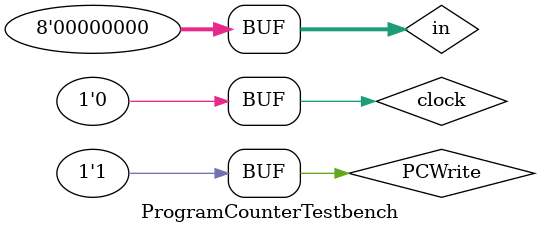
<source format=v>
module ProgramCounterTestbench;

  reg clock;
  reg [7:0] in;
  wire [7:0] out;
  reg PCWrite;

  ProgramCounter dut (
      clock,
      in,
      out,
      PCWrite
  );

  initial begin
    // inicializando os parametros
    clock = 0;
    in = 0;
    PCWrite = 0;

    $display("Teste 1: Escrevendo o valor 1 no PC");
    in = 1;
    PCWrite = 1;
    #1 clock = 1;
    #1 clock = 0;
    in = 0;

    $display("Teste 2: Escrevendo o valor 2 no PC");
    // programCounter = 2
    in = 2;
    PCWrite = 1;
    #1 clock = 1;
    #1 clock = 0;
    in = 0;

    $display("Teste 3: Tentando escrever um valor em PC com o bit de escrita desligado");
    in = 8;
    PCWrite = 0;
    #1 clock = 1;
    #1 clock = 0;
    in = 0;

    $display("Teste 4: Escrevendo o valor 3 no PC");
    in = 3;
    PCWrite = 1;
    #1 clock = 1;
    #1 clock = 0;
    in = 0;

  end

  initial begin
    $monitor("Time=%0d, Clock=%b, PCWrite=%d, in=%d, out=%d ", $time, clock, PCWrite, in, out);
  end

endmodule

</source>
